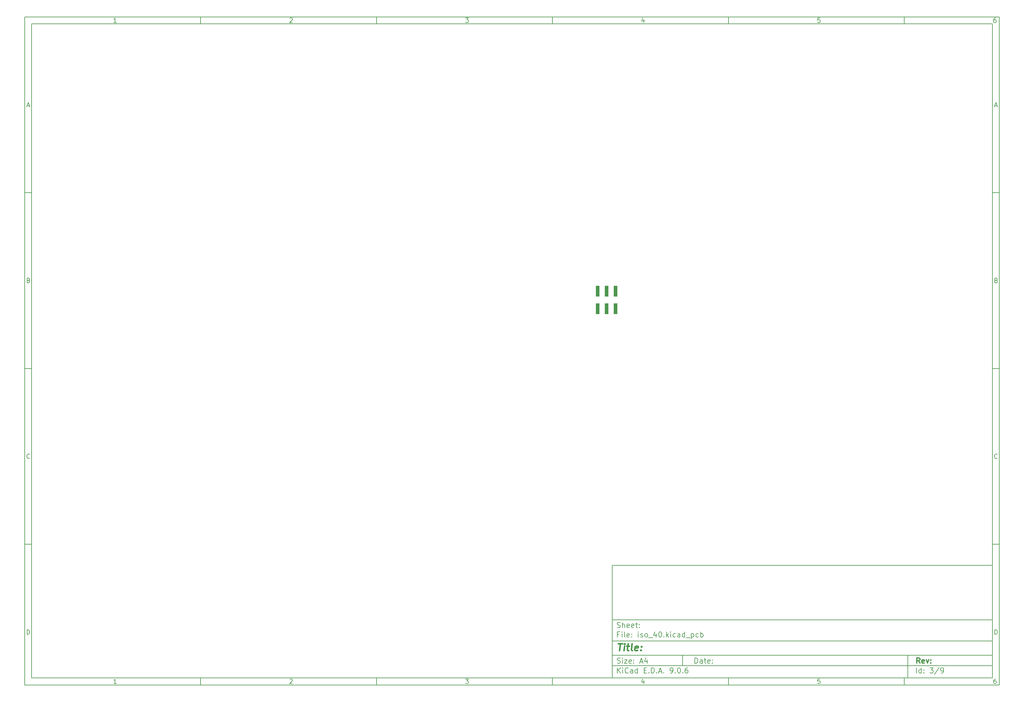
<source format=gtp>
%TF.GenerationSoftware,KiCad,Pcbnew,9.0.6*%
%TF.CreationDate,2025-12-20T11:42:01+11:00*%
%TF.ProjectId,iso_40,69736f5f-3430-42e6-9b69-6361645f7063,rev?*%
%TF.SameCoordinates,Original*%
%TF.FileFunction,Paste,Top*%
%TF.FilePolarity,Positive*%
%FSLAX46Y46*%
G04 Gerber Fmt 4.6, Leading zero omitted, Abs format (unit mm)*
G04 Created by KiCad (PCBNEW 9.0.6) date 2025-12-20 11:42:01*
%MOMM*%
%LPD*%
G01*
G04 APERTURE LIST*
%ADD10C,0.100000*%
%ADD11C,0.150000*%
%ADD12C,0.300000*%
%ADD13C,0.400000*%
%ADD14R,1.000000X3.150000*%
G04 APERTURE END LIST*
D10*
D11*
X177002200Y-166007200D02*
X285002200Y-166007200D01*
X285002200Y-198007200D01*
X177002200Y-198007200D01*
X177002200Y-166007200D01*
D10*
D11*
X10000000Y-10000000D02*
X287002200Y-10000000D01*
X287002200Y-200007200D01*
X10000000Y-200007200D01*
X10000000Y-10000000D01*
D10*
D11*
X12000000Y-12000000D02*
X285002200Y-12000000D01*
X285002200Y-198007200D01*
X12000000Y-198007200D01*
X12000000Y-12000000D01*
D10*
D11*
X60000000Y-12000000D02*
X60000000Y-10000000D01*
D10*
D11*
X110000000Y-12000000D02*
X110000000Y-10000000D01*
D10*
D11*
X160000000Y-12000000D02*
X160000000Y-10000000D01*
D10*
D11*
X210000000Y-12000000D02*
X210000000Y-10000000D01*
D10*
D11*
X260000000Y-12000000D02*
X260000000Y-10000000D01*
D10*
D11*
X36089160Y-11593604D02*
X35346303Y-11593604D01*
X35717731Y-11593604D02*
X35717731Y-10293604D01*
X35717731Y-10293604D02*
X35593922Y-10479319D01*
X35593922Y-10479319D02*
X35470112Y-10603128D01*
X35470112Y-10603128D02*
X35346303Y-10665033D01*
D10*
D11*
X85346303Y-10417414D02*
X85408207Y-10355509D01*
X85408207Y-10355509D02*
X85532017Y-10293604D01*
X85532017Y-10293604D02*
X85841541Y-10293604D01*
X85841541Y-10293604D02*
X85965350Y-10355509D01*
X85965350Y-10355509D02*
X86027255Y-10417414D01*
X86027255Y-10417414D02*
X86089160Y-10541223D01*
X86089160Y-10541223D02*
X86089160Y-10665033D01*
X86089160Y-10665033D02*
X86027255Y-10850747D01*
X86027255Y-10850747D02*
X85284398Y-11593604D01*
X85284398Y-11593604D02*
X86089160Y-11593604D01*
D10*
D11*
X135284398Y-10293604D02*
X136089160Y-10293604D01*
X136089160Y-10293604D02*
X135655826Y-10788842D01*
X135655826Y-10788842D02*
X135841541Y-10788842D01*
X135841541Y-10788842D02*
X135965350Y-10850747D01*
X135965350Y-10850747D02*
X136027255Y-10912652D01*
X136027255Y-10912652D02*
X136089160Y-11036461D01*
X136089160Y-11036461D02*
X136089160Y-11345985D01*
X136089160Y-11345985D02*
X136027255Y-11469795D01*
X136027255Y-11469795D02*
X135965350Y-11531700D01*
X135965350Y-11531700D02*
X135841541Y-11593604D01*
X135841541Y-11593604D02*
X135470112Y-11593604D01*
X135470112Y-11593604D02*
X135346303Y-11531700D01*
X135346303Y-11531700D02*
X135284398Y-11469795D01*
D10*
D11*
X185965350Y-10726938D02*
X185965350Y-11593604D01*
X185655826Y-10231700D02*
X185346303Y-11160271D01*
X185346303Y-11160271D02*
X186151064Y-11160271D01*
D10*
D11*
X236027255Y-10293604D02*
X235408207Y-10293604D01*
X235408207Y-10293604D02*
X235346303Y-10912652D01*
X235346303Y-10912652D02*
X235408207Y-10850747D01*
X235408207Y-10850747D02*
X235532017Y-10788842D01*
X235532017Y-10788842D02*
X235841541Y-10788842D01*
X235841541Y-10788842D02*
X235965350Y-10850747D01*
X235965350Y-10850747D02*
X236027255Y-10912652D01*
X236027255Y-10912652D02*
X236089160Y-11036461D01*
X236089160Y-11036461D02*
X236089160Y-11345985D01*
X236089160Y-11345985D02*
X236027255Y-11469795D01*
X236027255Y-11469795D02*
X235965350Y-11531700D01*
X235965350Y-11531700D02*
X235841541Y-11593604D01*
X235841541Y-11593604D02*
X235532017Y-11593604D01*
X235532017Y-11593604D02*
X235408207Y-11531700D01*
X235408207Y-11531700D02*
X235346303Y-11469795D01*
D10*
D11*
X285965350Y-10293604D02*
X285717731Y-10293604D01*
X285717731Y-10293604D02*
X285593922Y-10355509D01*
X285593922Y-10355509D02*
X285532017Y-10417414D01*
X285532017Y-10417414D02*
X285408207Y-10603128D01*
X285408207Y-10603128D02*
X285346303Y-10850747D01*
X285346303Y-10850747D02*
X285346303Y-11345985D01*
X285346303Y-11345985D02*
X285408207Y-11469795D01*
X285408207Y-11469795D02*
X285470112Y-11531700D01*
X285470112Y-11531700D02*
X285593922Y-11593604D01*
X285593922Y-11593604D02*
X285841541Y-11593604D01*
X285841541Y-11593604D02*
X285965350Y-11531700D01*
X285965350Y-11531700D02*
X286027255Y-11469795D01*
X286027255Y-11469795D02*
X286089160Y-11345985D01*
X286089160Y-11345985D02*
X286089160Y-11036461D01*
X286089160Y-11036461D02*
X286027255Y-10912652D01*
X286027255Y-10912652D02*
X285965350Y-10850747D01*
X285965350Y-10850747D02*
X285841541Y-10788842D01*
X285841541Y-10788842D02*
X285593922Y-10788842D01*
X285593922Y-10788842D02*
X285470112Y-10850747D01*
X285470112Y-10850747D02*
X285408207Y-10912652D01*
X285408207Y-10912652D02*
X285346303Y-11036461D01*
D10*
D11*
X60000000Y-198007200D02*
X60000000Y-200007200D01*
D10*
D11*
X110000000Y-198007200D02*
X110000000Y-200007200D01*
D10*
D11*
X160000000Y-198007200D02*
X160000000Y-200007200D01*
D10*
D11*
X210000000Y-198007200D02*
X210000000Y-200007200D01*
D10*
D11*
X260000000Y-198007200D02*
X260000000Y-200007200D01*
D10*
D11*
X36089160Y-199600804D02*
X35346303Y-199600804D01*
X35717731Y-199600804D02*
X35717731Y-198300804D01*
X35717731Y-198300804D02*
X35593922Y-198486519D01*
X35593922Y-198486519D02*
X35470112Y-198610328D01*
X35470112Y-198610328D02*
X35346303Y-198672233D01*
D10*
D11*
X85346303Y-198424614D02*
X85408207Y-198362709D01*
X85408207Y-198362709D02*
X85532017Y-198300804D01*
X85532017Y-198300804D02*
X85841541Y-198300804D01*
X85841541Y-198300804D02*
X85965350Y-198362709D01*
X85965350Y-198362709D02*
X86027255Y-198424614D01*
X86027255Y-198424614D02*
X86089160Y-198548423D01*
X86089160Y-198548423D02*
X86089160Y-198672233D01*
X86089160Y-198672233D02*
X86027255Y-198857947D01*
X86027255Y-198857947D02*
X85284398Y-199600804D01*
X85284398Y-199600804D02*
X86089160Y-199600804D01*
D10*
D11*
X135284398Y-198300804D02*
X136089160Y-198300804D01*
X136089160Y-198300804D02*
X135655826Y-198796042D01*
X135655826Y-198796042D02*
X135841541Y-198796042D01*
X135841541Y-198796042D02*
X135965350Y-198857947D01*
X135965350Y-198857947D02*
X136027255Y-198919852D01*
X136027255Y-198919852D02*
X136089160Y-199043661D01*
X136089160Y-199043661D02*
X136089160Y-199353185D01*
X136089160Y-199353185D02*
X136027255Y-199476995D01*
X136027255Y-199476995D02*
X135965350Y-199538900D01*
X135965350Y-199538900D02*
X135841541Y-199600804D01*
X135841541Y-199600804D02*
X135470112Y-199600804D01*
X135470112Y-199600804D02*
X135346303Y-199538900D01*
X135346303Y-199538900D02*
X135284398Y-199476995D01*
D10*
D11*
X185965350Y-198734138D02*
X185965350Y-199600804D01*
X185655826Y-198238900D02*
X185346303Y-199167471D01*
X185346303Y-199167471D02*
X186151064Y-199167471D01*
D10*
D11*
X236027255Y-198300804D02*
X235408207Y-198300804D01*
X235408207Y-198300804D02*
X235346303Y-198919852D01*
X235346303Y-198919852D02*
X235408207Y-198857947D01*
X235408207Y-198857947D02*
X235532017Y-198796042D01*
X235532017Y-198796042D02*
X235841541Y-198796042D01*
X235841541Y-198796042D02*
X235965350Y-198857947D01*
X235965350Y-198857947D02*
X236027255Y-198919852D01*
X236027255Y-198919852D02*
X236089160Y-199043661D01*
X236089160Y-199043661D02*
X236089160Y-199353185D01*
X236089160Y-199353185D02*
X236027255Y-199476995D01*
X236027255Y-199476995D02*
X235965350Y-199538900D01*
X235965350Y-199538900D02*
X235841541Y-199600804D01*
X235841541Y-199600804D02*
X235532017Y-199600804D01*
X235532017Y-199600804D02*
X235408207Y-199538900D01*
X235408207Y-199538900D02*
X235346303Y-199476995D01*
D10*
D11*
X285965350Y-198300804D02*
X285717731Y-198300804D01*
X285717731Y-198300804D02*
X285593922Y-198362709D01*
X285593922Y-198362709D02*
X285532017Y-198424614D01*
X285532017Y-198424614D02*
X285408207Y-198610328D01*
X285408207Y-198610328D02*
X285346303Y-198857947D01*
X285346303Y-198857947D02*
X285346303Y-199353185D01*
X285346303Y-199353185D02*
X285408207Y-199476995D01*
X285408207Y-199476995D02*
X285470112Y-199538900D01*
X285470112Y-199538900D02*
X285593922Y-199600804D01*
X285593922Y-199600804D02*
X285841541Y-199600804D01*
X285841541Y-199600804D02*
X285965350Y-199538900D01*
X285965350Y-199538900D02*
X286027255Y-199476995D01*
X286027255Y-199476995D02*
X286089160Y-199353185D01*
X286089160Y-199353185D02*
X286089160Y-199043661D01*
X286089160Y-199043661D02*
X286027255Y-198919852D01*
X286027255Y-198919852D02*
X285965350Y-198857947D01*
X285965350Y-198857947D02*
X285841541Y-198796042D01*
X285841541Y-198796042D02*
X285593922Y-198796042D01*
X285593922Y-198796042D02*
X285470112Y-198857947D01*
X285470112Y-198857947D02*
X285408207Y-198919852D01*
X285408207Y-198919852D02*
X285346303Y-199043661D01*
D10*
D11*
X10000000Y-60000000D02*
X12000000Y-60000000D01*
D10*
D11*
X10000000Y-110000000D02*
X12000000Y-110000000D01*
D10*
D11*
X10000000Y-160000000D02*
X12000000Y-160000000D01*
D10*
D11*
X10690476Y-35222176D02*
X11309523Y-35222176D01*
X10566666Y-35593604D02*
X10999999Y-34293604D01*
X10999999Y-34293604D02*
X11433333Y-35593604D01*
D10*
D11*
X11092857Y-84912652D02*
X11278571Y-84974557D01*
X11278571Y-84974557D02*
X11340476Y-85036461D01*
X11340476Y-85036461D02*
X11402380Y-85160271D01*
X11402380Y-85160271D02*
X11402380Y-85345985D01*
X11402380Y-85345985D02*
X11340476Y-85469795D01*
X11340476Y-85469795D02*
X11278571Y-85531700D01*
X11278571Y-85531700D02*
X11154761Y-85593604D01*
X11154761Y-85593604D02*
X10659523Y-85593604D01*
X10659523Y-85593604D02*
X10659523Y-84293604D01*
X10659523Y-84293604D02*
X11092857Y-84293604D01*
X11092857Y-84293604D02*
X11216666Y-84355509D01*
X11216666Y-84355509D02*
X11278571Y-84417414D01*
X11278571Y-84417414D02*
X11340476Y-84541223D01*
X11340476Y-84541223D02*
X11340476Y-84665033D01*
X11340476Y-84665033D02*
X11278571Y-84788842D01*
X11278571Y-84788842D02*
X11216666Y-84850747D01*
X11216666Y-84850747D02*
X11092857Y-84912652D01*
X11092857Y-84912652D02*
X10659523Y-84912652D01*
D10*
D11*
X11402380Y-135469795D02*
X11340476Y-135531700D01*
X11340476Y-135531700D02*
X11154761Y-135593604D01*
X11154761Y-135593604D02*
X11030952Y-135593604D01*
X11030952Y-135593604D02*
X10845238Y-135531700D01*
X10845238Y-135531700D02*
X10721428Y-135407890D01*
X10721428Y-135407890D02*
X10659523Y-135284080D01*
X10659523Y-135284080D02*
X10597619Y-135036461D01*
X10597619Y-135036461D02*
X10597619Y-134850747D01*
X10597619Y-134850747D02*
X10659523Y-134603128D01*
X10659523Y-134603128D02*
X10721428Y-134479319D01*
X10721428Y-134479319D02*
X10845238Y-134355509D01*
X10845238Y-134355509D02*
X11030952Y-134293604D01*
X11030952Y-134293604D02*
X11154761Y-134293604D01*
X11154761Y-134293604D02*
X11340476Y-134355509D01*
X11340476Y-134355509D02*
X11402380Y-134417414D01*
D10*
D11*
X10659523Y-185593604D02*
X10659523Y-184293604D01*
X10659523Y-184293604D02*
X10969047Y-184293604D01*
X10969047Y-184293604D02*
X11154761Y-184355509D01*
X11154761Y-184355509D02*
X11278571Y-184479319D01*
X11278571Y-184479319D02*
X11340476Y-184603128D01*
X11340476Y-184603128D02*
X11402380Y-184850747D01*
X11402380Y-184850747D02*
X11402380Y-185036461D01*
X11402380Y-185036461D02*
X11340476Y-185284080D01*
X11340476Y-185284080D02*
X11278571Y-185407890D01*
X11278571Y-185407890D02*
X11154761Y-185531700D01*
X11154761Y-185531700D02*
X10969047Y-185593604D01*
X10969047Y-185593604D02*
X10659523Y-185593604D01*
D10*
D11*
X287002200Y-60000000D02*
X285002200Y-60000000D01*
D10*
D11*
X287002200Y-110000000D02*
X285002200Y-110000000D01*
D10*
D11*
X287002200Y-160000000D02*
X285002200Y-160000000D01*
D10*
D11*
X285692676Y-35222176D02*
X286311723Y-35222176D01*
X285568866Y-35593604D02*
X286002199Y-34293604D01*
X286002199Y-34293604D02*
X286435533Y-35593604D01*
D10*
D11*
X286095057Y-84912652D02*
X286280771Y-84974557D01*
X286280771Y-84974557D02*
X286342676Y-85036461D01*
X286342676Y-85036461D02*
X286404580Y-85160271D01*
X286404580Y-85160271D02*
X286404580Y-85345985D01*
X286404580Y-85345985D02*
X286342676Y-85469795D01*
X286342676Y-85469795D02*
X286280771Y-85531700D01*
X286280771Y-85531700D02*
X286156961Y-85593604D01*
X286156961Y-85593604D02*
X285661723Y-85593604D01*
X285661723Y-85593604D02*
X285661723Y-84293604D01*
X285661723Y-84293604D02*
X286095057Y-84293604D01*
X286095057Y-84293604D02*
X286218866Y-84355509D01*
X286218866Y-84355509D02*
X286280771Y-84417414D01*
X286280771Y-84417414D02*
X286342676Y-84541223D01*
X286342676Y-84541223D02*
X286342676Y-84665033D01*
X286342676Y-84665033D02*
X286280771Y-84788842D01*
X286280771Y-84788842D02*
X286218866Y-84850747D01*
X286218866Y-84850747D02*
X286095057Y-84912652D01*
X286095057Y-84912652D02*
X285661723Y-84912652D01*
D10*
D11*
X286404580Y-135469795D02*
X286342676Y-135531700D01*
X286342676Y-135531700D02*
X286156961Y-135593604D01*
X286156961Y-135593604D02*
X286033152Y-135593604D01*
X286033152Y-135593604D02*
X285847438Y-135531700D01*
X285847438Y-135531700D02*
X285723628Y-135407890D01*
X285723628Y-135407890D02*
X285661723Y-135284080D01*
X285661723Y-135284080D02*
X285599819Y-135036461D01*
X285599819Y-135036461D02*
X285599819Y-134850747D01*
X285599819Y-134850747D02*
X285661723Y-134603128D01*
X285661723Y-134603128D02*
X285723628Y-134479319D01*
X285723628Y-134479319D02*
X285847438Y-134355509D01*
X285847438Y-134355509D02*
X286033152Y-134293604D01*
X286033152Y-134293604D02*
X286156961Y-134293604D01*
X286156961Y-134293604D02*
X286342676Y-134355509D01*
X286342676Y-134355509D02*
X286404580Y-134417414D01*
D10*
D11*
X285661723Y-185593604D02*
X285661723Y-184293604D01*
X285661723Y-184293604D02*
X285971247Y-184293604D01*
X285971247Y-184293604D02*
X286156961Y-184355509D01*
X286156961Y-184355509D02*
X286280771Y-184479319D01*
X286280771Y-184479319D02*
X286342676Y-184603128D01*
X286342676Y-184603128D02*
X286404580Y-184850747D01*
X286404580Y-184850747D02*
X286404580Y-185036461D01*
X286404580Y-185036461D02*
X286342676Y-185284080D01*
X286342676Y-185284080D02*
X286280771Y-185407890D01*
X286280771Y-185407890D02*
X286156961Y-185531700D01*
X286156961Y-185531700D02*
X285971247Y-185593604D01*
X285971247Y-185593604D02*
X285661723Y-185593604D01*
D10*
D11*
X200458026Y-193793328D02*
X200458026Y-192293328D01*
X200458026Y-192293328D02*
X200815169Y-192293328D01*
X200815169Y-192293328D02*
X201029455Y-192364757D01*
X201029455Y-192364757D02*
X201172312Y-192507614D01*
X201172312Y-192507614D02*
X201243741Y-192650471D01*
X201243741Y-192650471D02*
X201315169Y-192936185D01*
X201315169Y-192936185D02*
X201315169Y-193150471D01*
X201315169Y-193150471D02*
X201243741Y-193436185D01*
X201243741Y-193436185D02*
X201172312Y-193579042D01*
X201172312Y-193579042D02*
X201029455Y-193721900D01*
X201029455Y-193721900D02*
X200815169Y-193793328D01*
X200815169Y-193793328D02*
X200458026Y-193793328D01*
X202600884Y-193793328D02*
X202600884Y-193007614D01*
X202600884Y-193007614D02*
X202529455Y-192864757D01*
X202529455Y-192864757D02*
X202386598Y-192793328D01*
X202386598Y-192793328D02*
X202100884Y-192793328D01*
X202100884Y-192793328D02*
X201958026Y-192864757D01*
X202600884Y-193721900D02*
X202458026Y-193793328D01*
X202458026Y-193793328D02*
X202100884Y-193793328D01*
X202100884Y-193793328D02*
X201958026Y-193721900D01*
X201958026Y-193721900D02*
X201886598Y-193579042D01*
X201886598Y-193579042D02*
X201886598Y-193436185D01*
X201886598Y-193436185D02*
X201958026Y-193293328D01*
X201958026Y-193293328D02*
X202100884Y-193221900D01*
X202100884Y-193221900D02*
X202458026Y-193221900D01*
X202458026Y-193221900D02*
X202600884Y-193150471D01*
X203100884Y-192793328D02*
X203672312Y-192793328D01*
X203315169Y-192293328D02*
X203315169Y-193579042D01*
X203315169Y-193579042D02*
X203386598Y-193721900D01*
X203386598Y-193721900D02*
X203529455Y-193793328D01*
X203529455Y-193793328D02*
X203672312Y-193793328D01*
X204743741Y-193721900D02*
X204600884Y-193793328D01*
X204600884Y-193793328D02*
X204315170Y-193793328D01*
X204315170Y-193793328D02*
X204172312Y-193721900D01*
X204172312Y-193721900D02*
X204100884Y-193579042D01*
X204100884Y-193579042D02*
X204100884Y-193007614D01*
X204100884Y-193007614D02*
X204172312Y-192864757D01*
X204172312Y-192864757D02*
X204315170Y-192793328D01*
X204315170Y-192793328D02*
X204600884Y-192793328D01*
X204600884Y-192793328D02*
X204743741Y-192864757D01*
X204743741Y-192864757D02*
X204815170Y-193007614D01*
X204815170Y-193007614D02*
X204815170Y-193150471D01*
X204815170Y-193150471D02*
X204100884Y-193293328D01*
X205458026Y-193650471D02*
X205529455Y-193721900D01*
X205529455Y-193721900D02*
X205458026Y-193793328D01*
X205458026Y-193793328D02*
X205386598Y-193721900D01*
X205386598Y-193721900D02*
X205458026Y-193650471D01*
X205458026Y-193650471D02*
X205458026Y-193793328D01*
X205458026Y-192864757D02*
X205529455Y-192936185D01*
X205529455Y-192936185D02*
X205458026Y-193007614D01*
X205458026Y-193007614D02*
X205386598Y-192936185D01*
X205386598Y-192936185D02*
X205458026Y-192864757D01*
X205458026Y-192864757D02*
X205458026Y-193007614D01*
D10*
D11*
X177002200Y-194507200D02*
X285002200Y-194507200D01*
D10*
D11*
X178458026Y-196593328D02*
X178458026Y-195093328D01*
X179315169Y-196593328D02*
X178672312Y-195736185D01*
X179315169Y-195093328D02*
X178458026Y-195950471D01*
X179958026Y-196593328D02*
X179958026Y-195593328D01*
X179958026Y-195093328D02*
X179886598Y-195164757D01*
X179886598Y-195164757D02*
X179958026Y-195236185D01*
X179958026Y-195236185D02*
X180029455Y-195164757D01*
X180029455Y-195164757D02*
X179958026Y-195093328D01*
X179958026Y-195093328D02*
X179958026Y-195236185D01*
X181529455Y-196450471D02*
X181458027Y-196521900D01*
X181458027Y-196521900D02*
X181243741Y-196593328D01*
X181243741Y-196593328D02*
X181100884Y-196593328D01*
X181100884Y-196593328D02*
X180886598Y-196521900D01*
X180886598Y-196521900D02*
X180743741Y-196379042D01*
X180743741Y-196379042D02*
X180672312Y-196236185D01*
X180672312Y-196236185D02*
X180600884Y-195950471D01*
X180600884Y-195950471D02*
X180600884Y-195736185D01*
X180600884Y-195736185D02*
X180672312Y-195450471D01*
X180672312Y-195450471D02*
X180743741Y-195307614D01*
X180743741Y-195307614D02*
X180886598Y-195164757D01*
X180886598Y-195164757D02*
X181100884Y-195093328D01*
X181100884Y-195093328D02*
X181243741Y-195093328D01*
X181243741Y-195093328D02*
X181458027Y-195164757D01*
X181458027Y-195164757D02*
X181529455Y-195236185D01*
X182815170Y-196593328D02*
X182815170Y-195807614D01*
X182815170Y-195807614D02*
X182743741Y-195664757D01*
X182743741Y-195664757D02*
X182600884Y-195593328D01*
X182600884Y-195593328D02*
X182315170Y-195593328D01*
X182315170Y-195593328D02*
X182172312Y-195664757D01*
X182815170Y-196521900D02*
X182672312Y-196593328D01*
X182672312Y-196593328D02*
X182315170Y-196593328D01*
X182315170Y-196593328D02*
X182172312Y-196521900D01*
X182172312Y-196521900D02*
X182100884Y-196379042D01*
X182100884Y-196379042D02*
X182100884Y-196236185D01*
X182100884Y-196236185D02*
X182172312Y-196093328D01*
X182172312Y-196093328D02*
X182315170Y-196021900D01*
X182315170Y-196021900D02*
X182672312Y-196021900D01*
X182672312Y-196021900D02*
X182815170Y-195950471D01*
X184172313Y-196593328D02*
X184172313Y-195093328D01*
X184172313Y-196521900D02*
X184029455Y-196593328D01*
X184029455Y-196593328D02*
X183743741Y-196593328D01*
X183743741Y-196593328D02*
X183600884Y-196521900D01*
X183600884Y-196521900D02*
X183529455Y-196450471D01*
X183529455Y-196450471D02*
X183458027Y-196307614D01*
X183458027Y-196307614D02*
X183458027Y-195879042D01*
X183458027Y-195879042D02*
X183529455Y-195736185D01*
X183529455Y-195736185D02*
X183600884Y-195664757D01*
X183600884Y-195664757D02*
X183743741Y-195593328D01*
X183743741Y-195593328D02*
X184029455Y-195593328D01*
X184029455Y-195593328D02*
X184172313Y-195664757D01*
X186029455Y-195807614D02*
X186529455Y-195807614D01*
X186743741Y-196593328D02*
X186029455Y-196593328D01*
X186029455Y-196593328D02*
X186029455Y-195093328D01*
X186029455Y-195093328D02*
X186743741Y-195093328D01*
X187386598Y-196450471D02*
X187458027Y-196521900D01*
X187458027Y-196521900D02*
X187386598Y-196593328D01*
X187386598Y-196593328D02*
X187315170Y-196521900D01*
X187315170Y-196521900D02*
X187386598Y-196450471D01*
X187386598Y-196450471D02*
X187386598Y-196593328D01*
X188100884Y-196593328D02*
X188100884Y-195093328D01*
X188100884Y-195093328D02*
X188458027Y-195093328D01*
X188458027Y-195093328D02*
X188672313Y-195164757D01*
X188672313Y-195164757D02*
X188815170Y-195307614D01*
X188815170Y-195307614D02*
X188886599Y-195450471D01*
X188886599Y-195450471D02*
X188958027Y-195736185D01*
X188958027Y-195736185D02*
X188958027Y-195950471D01*
X188958027Y-195950471D02*
X188886599Y-196236185D01*
X188886599Y-196236185D02*
X188815170Y-196379042D01*
X188815170Y-196379042D02*
X188672313Y-196521900D01*
X188672313Y-196521900D02*
X188458027Y-196593328D01*
X188458027Y-196593328D02*
X188100884Y-196593328D01*
X189600884Y-196450471D02*
X189672313Y-196521900D01*
X189672313Y-196521900D02*
X189600884Y-196593328D01*
X189600884Y-196593328D02*
X189529456Y-196521900D01*
X189529456Y-196521900D02*
X189600884Y-196450471D01*
X189600884Y-196450471D02*
X189600884Y-196593328D01*
X190243742Y-196164757D02*
X190958028Y-196164757D01*
X190100885Y-196593328D02*
X190600885Y-195093328D01*
X190600885Y-195093328D02*
X191100885Y-196593328D01*
X191600884Y-196450471D02*
X191672313Y-196521900D01*
X191672313Y-196521900D02*
X191600884Y-196593328D01*
X191600884Y-196593328D02*
X191529456Y-196521900D01*
X191529456Y-196521900D02*
X191600884Y-196450471D01*
X191600884Y-196450471D02*
X191600884Y-196593328D01*
X193529456Y-196593328D02*
X193815170Y-196593328D01*
X193815170Y-196593328D02*
X193958027Y-196521900D01*
X193958027Y-196521900D02*
X194029456Y-196450471D01*
X194029456Y-196450471D02*
X194172313Y-196236185D01*
X194172313Y-196236185D02*
X194243742Y-195950471D01*
X194243742Y-195950471D02*
X194243742Y-195379042D01*
X194243742Y-195379042D02*
X194172313Y-195236185D01*
X194172313Y-195236185D02*
X194100885Y-195164757D01*
X194100885Y-195164757D02*
X193958027Y-195093328D01*
X193958027Y-195093328D02*
X193672313Y-195093328D01*
X193672313Y-195093328D02*
X193529456Y-195164757D01*
X193529456Y-195164757D02*
X193458027Y-195236185D01*
X193458027Y-195236185D02*
X193386599Y-195379042D01*
X193386599Y-195379042D02*
X193386599Y-195736185D01*
X193386599Y-195736185D02*
X193458027Y-195879042D01*
X193458027Y-195879042D02*
X193529456Y-195950471D01*
X193529456Y-195950471D02*
X193672313Y-196021900D01*
X193672313Y-196021900D02*
X193958027Y-196021900D01*
X193958027Y-196021900D02*
X194100885Y-195950471D01*
X194100885Y-195950471D02*
X194172313Y-195879042D01*
X194172313Y-195879042D02*
X194243742Y-195736185D01*
X194886598Y-196450471D02*
X194958027Y-196521900D01*
X194958027Y-196521900D02*
X194886598Y-196593328D01*
X194886598Y-196593328D02*
X194815170Y-196521900D01*
X194815170Y-196521900D02*
X194886598Y-196450471D01*
X194886598Y-196450471D02*
X194886598Y-196593328D01*
X195886599Y-195093328D02*
X196029456Y-195093328D01*
X196029456Y-195093328D02*
X196172313Y-195164757D01*
X196172313Y-195164757D02*
X196243742Y-195236185D01*
X196243742Y-195236185D02*
X196315170Y-195379042D01*
X196315170Y-195379042D02*
X196386599Y-195664757D01*
X196386599Y-195664757D02*
X196386599Y-196021900D01*
X196386599Y-196021900D02*
X196315170Y-196307614D01*
X196315170Y-196307614D02*
X196243742Y-196450471D01*
X196243742Y-196450471D02*
X196172313Y-196521900D01*
X196172313Y-196521900D02*
X196029456Y-196593328D01*
X196029456Y-196593328D02*
X195886599Y-196593328D01*
X195886599Y-196593328D02*
X195743742Y-196521900D01*
X195743742Y-196521900D02*
X195672313Y-196450471D01*
X195672313Y-196450471D02*
X195600884Y-196307614D01*
X195600884Y-196307614D02*
X195529456Y-196021900D01*
X195529456Y-196021900D02*
X195529456Y-195664757D01*
X195529456Y-195664757D02*
X195600884Y-195379042D01*
X195600884Y-195379042D02*
X195672313Y-195236185D01*
X195672313Y-195236185D02*
X195743742Y-195164757D01*
X195743742Y-195164757D02*
X195886599Y-195093328D01*
X197029455Y-196450471D02*
X197100884Y-196521900D01*
X197100884Y-196521900D02*
X197029455Y-196593328D01*
X197029455Y-196593328D02*
X196958027Y-196521900D01*
X196958027Y-196521900D02*
X197029455Y-196450471D01*
X197029455Y-196450471D02*
X197029455Y-196593328D01*
X198386599Y-195093328D02*
X198100884Y-195093328D01*
X198100884Y-195093328D02*
X197958027Y-195164757D01*
X197958027Y-195164757D02*
X197886599Y-195236185D01*
X197886599Y-195236185D02*
X197743741Y-195450471D01*
X197743741Y-195450471D02*
X197672313Y-195736185D01*
X197672313Y-195736185D02*
X197672313Y-196307614D01*
X197672313Y-196307614D02*
X197743741Y-196450471D01*
X197743741Y-196450471D02*
X197815170Y-196521900D01*
X197815170Y-196521900D02*
X197958027Y-196593328D01*
X197958027Y-196593328D02*
X198243741Y-196593328D01*
X198243741Y-196593328D02*
X198386599Y-196521900D01*
X198386599Y-196521900D02*
X198458027Y-196450471D01*
X198458027Y-196450471D02*
X198529456Y-196307614D01*
X198529456Y-196307614D02*
X198529456Y-195950471D01*
X198529456Y-195950471D02*
X198458027Y-195807614D01*
X198458027Y-195807614D02*
X198386599Y-195736185D01*
X198386599Y-195736185D02*
X198243741Y-195664757D01*
X198243741Y-195664757D02*
X197958027Y-195664757D01*
X197958027Y-195664757D02*
X197815170Y-195736185D01*
X197815170Y-195736185D02*
X197743741Y-195807614D01*
X197743741Y-195807614D02*
X197672313Y-195950471D01*
D10*
D11*
X177002200Y-191507200D02*
X285002200Y-191507200D01*
D10*
D12*
X264413853Y-193785528D02*
X263913853Y-193071242D01*
X263556710Y-193785528D02*
X263556710Y-192285528D01*
X263556710Y-192285528D02*
X264128139Y-192285528D01*
X264128139Y-192285528D02*
X264270996Y-192356957D01*
X264270996Y-192356957D02*
X264342425Y-192428385D01*
X264342425Y-192428385D02*
X264413853Y-192571242D01*
X264413853Y-192571242D02*
X264413853Y-192785528D01*
X264413853Y-192785528D02*
X264342425Y-192928385D01*
X264342425Y-192928385D02*
X264270996Y-192999814D01*
X264270996Y-192999814D02*
X264128139Y-193071242D01*
X264128139Y-193071242D02*
X263556710Y-193071242D01*
X265628139Y-193714100D02*
X265485282Y-193785528D01*
X265485282Y-193785528D02*
X265199568Y-193785528D01*
X265199568Y-193785528D02*
X265056710Y-193714100D01*
X265056710Y-193714100D02*
X264985282Y-193571242D01*
X264985282Y-193571242D02*
X264985282Y-192999814D01*
X264985282Y-192999814D02*
X265056710Y-192856957D01*
X265056710Y-192856957D02*
X265199568Y-192785528D01*
X265199568Y-192785528D02*
X265485282Y-192785528D01*
X265485282Y-192785528D02*
X265628139Y-192856957D01*
X265628139Y-192856957D02*
X265699568Y-192999814D01*
X265699568Y-192999814D02*
X265699568Y-193142671D01*
X265699568Y-193142671D02*
X264985282Y-193285528D01*
X266199567Y-192785528D02*
X266556710Y-193785528D01*
X266556710Y-193785528D02*
X266913853Y-192785528D01*
X267485281Y-193642671D02*
X267556710Y-193714100D01*
X267556710Y-193714100D02*
X267485281Y-193785528D01*
X267485281Y-193785528D02*
X267413853Y-193714100D01*
X267413853Y-193714100D02*
X267485281Y-193642671D01*
X267485281Y-193642671D02*
X267485281Y-193785528D01*
X267485281Y-192856957D02*
X267556710Y-192928385D01*
X267556710Y-192928385D02*
X267485281Y-192999814D01*
X267485281Y-192999814D02*
X267413853Y-192928385D01*
X267413853Y-192928385D02*
X267485281Y-192856957D01*
X267485281Y-192856957D02*
X267485281Y-192999814D01*
D10*
D11*
X178386598Y-193721900D02*
X178600884Y-193793328D01*
X178600884Y-193793328D02*
X178958026Y-193793328D01*
X178958026Y-193793328D02*
X179100884Y-193721900D01*
X179100884Y-193721900D02*
X179172312Y-193650471D01*
X179172312Y-193650471D02*
X179243741Y-193507614D01*
X179243741Y-193507614D02*
X179243741Y-193364757D01*
X179243741Y-193364757D02*
X179172312Y-193221900D01*
X179172312Y-193221900D02*
X179100884Y-193150471D01*
X179100884Y-193150471D02*
X178958026Y-193079042D01*
X178958026Y-193079042D02*
X178672312Y-193007614D01*
X178672312Y-193007614D02*
X178529455Y-192936185D01*
X178529455Y-192936185D02*
X178458026Y-192864757D01*
X178458026Y-192864757D02*
X178386598Y-192721900D01*
X178386598Y-192721900D02*
X178386598Y-192579042D01*
X178386598Y-192579042D02*
X178458026Y-192436185D01*
X178458026Y-192436185D02*
X178529455Y-192364757D01*
X178529455Y-192364757D02*
X178672312Y-192293328D01*
X178672312Y-192293328D02*
X179029455Y-192293328D01*
X179029455Y-192293328D02*
X179243741Y-192364757D01*
X179886597Y-193793328D02*
X179886597Y-192793328D01*
X179886597Y-192293328D02*
X179815169Y-192364757D01*
X179815169Y-192364757D02*
X179886597Y-192436185D01*
X179886597Y-192436185D02*
X179958026Y-192364757D01*
X179958026Y-192364757D02*
X179886597Y-192293328D01*
X179886597Y-192293328D02*
X179886597Y-192436185D01*
X180458026Y-192793328D02*
X181243741Y-192793328D01*
X181243741Y-192793328D02*
X180458026Y-193793328D01*
X180458026Y-193793328D02*
X181243741Y-193793328D01*
X182386598Y-193721900D02*
X182243741Y-193793328D01*
X182243741Y-193793328D02*
X181958027Y-193793328D01*
X181958027Y-193793328D02*
X181815169Y-193721900D01*
X181815169Y-193721900D02*
X181743741Y-193579042D01*
X181743741Y-193579042D02*
X181743741Y-193007614D01*
X181743741Y-193007614D02*
X181815169Y-192864757D01*
X181815169Y-192864757D02*
X181958027Y-192793328D01*
X181958027Y-192793328D02*
X182243741Y-192793328D01*
X182243741Y-192793328D02*
X182386598Y-192864757D01*
X182386598Y-192864757D02*
X182458027Y-193007614D01*
X182458027Y-193007614D02*
X182458027Y-193150471D01*
X182458027Y-193150471D02*
X181743741Y-193293328D01*
X183100883Y-193650471D02*
X183172312Y-193721900D01*
X183172312Y-193721900D02*
X183100883Y-193793328D01*
X183100883Y-193793328D02*
X183029455Y-193721900D01*
X183029455Y-193721900D02*
X183100883Y-193650471D01*
X183100883Y-193650471D02*
X183100883Y-193793328D01*
X183100883Y-192864757D02*
X183172312Y-192936185D01*
X183172312Y-192936185D02*
X183100883Y-193007614D01*
X183100883Y-193007614D02*
X183029455Y-192936185D01*
X183029455Y-192936185D02*
X183100883Y-192864757D01*
X183100883Y-192864757D02*
X183100883Y-193007614D01*
X184886598Y-193364757D02*
X185600884Y-193364757D01*
X184743741Y-193793328D02*
X185243741Y-192293328D01*
X185243741Y-192293328D02*
X185743741Y-193793328D01*
X186886598Y-192793328D02*
X186886598Y-193793328D01*
X186529455Y-192221900D02*
X186172312Y-193293328D01*
X186172312Y-193293328D02*
X187100883Y-193293328D01*
D10*
D11*
X263458026Y-196593328D02*
X263458026Y-195093328D01*
X264815170Y-196593328D02*
X264815170Y-195093328D01*
X264815170Y-196521900D02*
X264672312Y-196593328D01*
X264672312Y-196593328D02*
X264386598Y-196593328D01*
X264386598Y-196593328D02*
X264243741Y-196521900D01*
X264243741Y-196521900D02*
X264172312Y-196450471D01*
X264172312Y-196450471D02*
X264100884Y-196307614D01*
X264100884Y-196307614D02*
X264100884Y-195879042D01*
X264100884Y-195879042D02*
X264172312Y-195736185D01*
X264172312Y-195736185D02*
X264243741Y-195664757D01*
X264243741Y-195664757D02*
X264386598Y-195593328D01*
X264386598Y-195593328D02*
X264672312Y-195593328D01*
X264672312Y-195593328D02*
X264815170Y-195664757D01*
X265529455Y-196450471D02*
X265600884Y-196521900D01*
X265600884Y-196521900D02*
X265529455Y-196593328D01*
X265529455Y-196593328D02*
X265458027Y-196521900D01*
X265458027Y-196521900D02*
X265529455Y-196450471D01*
X265529455Y-196450471D02*
X265529455Y-196593328D01*
X265529455Y-195664757D02*
X265600884Y-195736185D01*
X265600884Y-195736185D02*
X265529455Y-195807614D01*
X265529455Y-195807614D02*
X265458027Y-195736185D01*
X265458027Y-195736185D02*
X265529455Y-195664757D01*
X265529455Y-195664757D02*
X265529455Y-195807614D01*
X267243741Y-195093328D02*
X268172313Y-195093328D01*
X268172313Y-195093328D02*
X267672313Y-195664757D01*
X267672313Y-195664757D02*
X267886598Y-195664757D01*
X267886598Y-195664757D02*
X268029456Y-195736185D01*
X268029456Y-195736185D02*
X268100884Y-195807614D01*
X268100884Y-195807614D02*
X268172313Y-195950471D01*
X268172313Y-195950471D02*
X268172313Y-196307614D01*
X268172313Y-196307614D02*
X268100884Y-196450471D01*
X268100884Y-196450471D02*
X268029456Y-196521900D01*
X268029456Y-196521900D02*
X267886598Y-196593328D01*
X267886598Y-196593328D02*
X267458027Y-196593328D01*
X267458027Y-196593328D02*
X267315170Y-196521900D01*
X267315170Y-196521900D02*
X267243741Y-196450471D01*
X269886598Y-195021900D02*
X268600884Y-196950471D01*
X270458027Y-196593328D02*
X270743741Y-196593328D01*
X270743741Y-196593328D02*
X270886598Y-196521900D01*
X270886598Y-196521900D02*
X270958027Y-196450471D01*
X270958027Y-196450471D02*
X271100884Y-196236185D01*
X271100884Y-196236185D02*
X271172313Y-195950471D01*
X271172313Y-195950471D02*
X271172313Y-195379042D01*
X271172313Y-195379042D02*
X271100884Y-195236185D01*
X271100884Y-195236185D02*
X271029456Y-195164757D01*
X271029456Y-195164757D02*
X270886598Y-195093328D01*
X270886598Y-195093328D02*
X270600884Y-195093328D01*
X270600884Y-195093328D02*
X270458027Y-195164757D01*
X270458027Y-195164757D02*
X270386598Y-195236185D01*
X270386598Y-195236185D02*
X270315170Y-195379042D01*
X270315170Y-195379042D02*
X270315170Y-195736185D01*
X270315170Y-195736185D02*
X270386598Y-195879042D01*
X270386598Y-195879042D02*
X270458027Y-195950471D01*
X270458027Y-195950471D02*
X270600884Y-196021900D01*
X270600884Y-196021900D02*
X270886598Y-196021900D01*
X270886598Y-196021900D02*
X271029456Y-195950471D01*
X271029456Y-195950471D02*
X271100884Y-195879042D01*
X271100884Y-195879042D02*
X271172313Y-195736185D01*
D10*
D11*
X177002200Y-187507200D02*
X285002200Y-187507200D01*
D10*
D13*
X178693928Y-188211638D02*
X179836785Y-188211638D01*
X179015357Y-190211638D02*
X179265357Y-188211638D01*
X180253452Y-190211638D02*
X180420119Y-188878304D01*
X180503452Y-188211638D02*
X180396309Y-188306876D01*
X180396309Y-188306876D02*
X180479643Y-188402114D01*
X180479643Y-188402114D02*
X180586786Y-188306876D01*
X180586786Y-188306876D02*
X180503452Y-188211638D01*
X180503452Y-188211638D02*
X180479643Y-188402114D01*
X181086786Y-188878304D02*
X181848690Y-188878304D01*
X181455833Y-188211638D02*
X181241548Y-189925923D01*
X181241548Y-189925923D02*
X181312976Y-190116400D01*
X181312976Y-190116400D02*
X181491548Y-190211638D01*
X181491548Y-190211638D02*
X181682024Y-190211638D01*
X182634405Y-190211638D02*
X182455833Y-190116400D01*
X182455833Y-190116400D02*
X182384405Y-189925923D01*
X182384405Y-189925923D02*
X182598690Y-188211638D01*
X184170119Y-190116400D02*
X183967738Y-190211638D01*
X183967738Y-190211638D02*
X183586785Y-190211638D01*
X183586785Y-190211638D02*
X183408214Y-190116400D01*
X183408214Y-190116400D02*
X183336785Y-189925923D01*
X183336785Y-189925923D02*
X183432024Y-189164019D01*
X183432024Y-189164019D02*
X183551071Y-188973542D01*
X183551071Y-188973542D02*
X183753452Y-188878304D01*
X183753452Y-188878304D02*
X184134404Y-188878304D01*
X184134404Y-188878304D02*
X184312976Y-188973542D01*
X184312976Y-188973542D02*
X184384404Y-189164019D01*
X184384404Y-189164019D02*
X184360595Y-189354495D01*
X184360595Y-189354495D02*
X183384404Y-189544971D01*
X185134405Y-190021161D02*
X185217738Y-190116400D01*
X185217738Y-190116400D02*
X185110595Y-190211638D01*
X185110595Y-190211638D02*
X185027262Y-190116400D01*
X185027262Y-190116400D02*
X185134405Y-190021161D01*
X185134405Y-190021161D02*
X185110595Y-190211638D01*
X185265357Y-188973542D02*
X185348690Y-189068780D01*
X185348690Y-189068780D02*
X185241548Y-189164019D01*
X185241548Y-189164019D02*
X185158214Y-189068780D01*
X185158214Y-189068780D02*
X185265357Y-188973542D01*
X185265357Y-188973542D02*
X185241548Y-189164019D01*
D10*
D11*
X178958026Y-185607614D02*
X178458026Y-185607614D01*
X178458026Y-186393328D02*
X178458026Y-184893328D01*
X178458026Y-184893328D02*
X179172312Y-184893328D01*
X179743740Y-186393328D02*
X179743740Y-185393328D01*
X179743740Y-184893328D02*
X179672312Y-184964757D01*
X179672312Y-184964757D02*
X179743740Y-185036185D01*
X179743740Y-185036185D02*
X179815169Y-184964757D01*
X179815169Y-184964757D02*
X179743740Y-184893328D01*
X179743740Y-184893328D02*
X179743740Y-185036185D01*
X180672312Y-186393328D02*
X180529455Y-186321900D01*
X180529455Y-186321900D02*
X180458026Y-186179042D01*
X180458026Y-186179042D02*
X180458026Y-184893328D01*
X181815169Y-186321900D02*
X181672312Y-186393328D01*
X181672312Y-186393328D02*
X181386598Y-186393328D01*
X181386598Y-186393328D02*
X181243740Y-186321900D01*
X181243740Y-186321900D02*
X181172312Y-186179042D01*
X181172312Y-186179042D02*
X181172312Y-185607614D01*
X181172312Y-185607614D02*
X181243740Y-185464757D01*
X181243740Y-185464757D02*
X181386598Y-185393328D01*
X181386598Y-185393328D02*
X181672312Y-185393328D01*
X181672312Y-185393328D02*
X181815169Y-185464757D01*
X181815169Y-185464757D02*
X181886598Y-185607614D01*
X181886598Y-185607614D02*
X181886598Y-185750471D01*
X181886598Y-185750471D02*
X181172312Y-185893328D01*
X182529454Y-186250471D02*
X182600883Y-186321900D01*
X182600883Y-186321900D02*
X182529454Y-186393328D01*
X182529454Y-186393328D02*
X182458026Y-186321900D01*
X182458026Y-186321900D02*
X182529454Y-186250471D01*
X182529454Y-186250471D02*
X182529454Y-186393328D01*
X182529454Y-185464757D02*
X182600883Y-185536185D01*
X182600883Y-185536185D02*
X182529454Y-185607614D01*
X182529454Y-185607614D02*
X182458026Y-185536185D01*
X182458026Y-185536185D02*
X182529454Y-185464757D01*
X182529454Y-185464757D02*
X182529454Y-185607614D01*
X184386597Y-186393328D02*
X184386597Y-185393328D01*
X184386597Y-184893328D02*
X184315169Y-184964757D01*
X184315169Y-184964757D02*
X184386597Y-185036185D01*
X184386597Y-185036185D02*
X184458026Y-184964757D01*
X184458026Y-184964757D02*
X184386597Y-184893328D01*
X184386597Y-184893328D02*
X184386597Y-185036185D01*
X185029455Y-186321900D02*
X185172312Y-186393328D01*
X185172312Y-186393328D02*
X185458026Y-186393328D01*
X185458026Y-186393328D02*
X185600883Y-186321900D01*
X185600883Y-186321900D02*
X185672312Y-186179042D01*
X185672312Y-186179042D02*
X185672312Y-186107614D01*
X185672312Y-186107614D02*
X185600883Y-185964757D01*
X185600883Y-185964757D02*
X185458026Y-185893328D01*
X185458026Y-185893328D02*
X185243741Y-185893328D01*
X185243741Y-185893328D02*
X185100883Y-185821900D01*
X185100883Y-185821900D02*
X185029455Y-185679042D01*
X185029455Y-185679042D02*
X185029455Y-185607614D01*
X185029455Y-185607614D02*
X185100883Y-185464757D01*
X185100883Y-185464757D02*
X185243741Y-185393328D01*
X185243741Y-185393328D02*
X185458026Y-185393328D01*
X185458026Y-185393328D02*
X185600883Y-185464757D01*
X186529455Y-186393328D02*
X186386598Y-186321900D01*
X186386598Y-186321900D02*
X186315169Y-186250471D01*
X186315169Y-186250471D02*
X186243741Y-186107614D01*
X186243741Y-186107614D02*
X186243741Y-185679042D01*
X186243741Y-185679042D02*
X186315169Y-185536185D01*
X186315169Y-185536185D02*
X186386598Y-185464757D01*
X186386598Y-185464757D02*
X186529455Y-185393328D01*
X186529455Y-185393328D02*
X186743741Y-185393328D01*
X186743741Y-185393328D02*
X186886598Y-185464757D01*
X186886598Y-185464757D02*
X186958027Y-185536185D01*
X186958027Y-185536185D02*
X187029455Y-185679042D01*
X187029455Y-185679042D02*
X187029455Y-186107614D01*
X187029455Y-186107614D02*
X186958027Y-186250471D01*
X186958027Y-186250471D02*
X186886598Y-186321900D01*
X186886598Y-186321900D02*
X186743741Y-186393328D01*
X186743741Y-186393328D02*
X186529455Y-186393328D01*
X187315170Y-186536185D02*
X188458027Y-186536185D01*
X189458027Y-185393328D02*
X189458027Y-186393328D01*
X189100884Y-184821900D02*
X188743741Y-185893328D01*
X188743741Y-185893328D02*
X189672312Y-185893328D01*
X190529455Y-184893328D02*
X190672312Y-184893328D01*
X190672312Y-184893328D02*
X190815169Y-184964757D01*
X190815169Y-184964757D02*
X190886598Y-185036185D01*
X190886598Y-185036185D02*
X190958026Y-185179042D01*
X190958026Y-185179042D02*
X191029455Y-185464757D01*
X191029455Y-185464757D02*
X191029455Y-185821900D01*
X191029455Y-185821900D02*
X190958026Y-186107614D01*
X190958026Y-186107614D02*
X190886598Y-186250471D01*
X190886598Y-186250471D02*
X190815169Y-186321900D01*
X190815169Y-186321900D02*
X190672312Y-186393328D01*
X190672312Y-186393328D02*
X190529455Y-186393328D01*
X190529455Y-186393328D02*
X190386598Y-186321900D01*
X190386598Y-186321900D02*
X190315169Y-186250471D01*
X190315169Y-186250471D02*
X190243740Y-186107614D01*
X190243740Y-186107614D02*
X190172312Y-185821900D01*
X190172312Y-185821900D02*
X190172312Y-185464757D01*
X190172312Y-185464757D02*
X190243740Y-185179042D01*
X190243740Y-185179042D02*
X190315169Y-185036185D01*
X190315169Y-185036185D02*
X190386598Y-184964757D01*
X190386598Y-184964757D02*
X190529455Y-184893328D01*
X191672311Y-186250471D02*
X191743740Y-186321900D01*
X191743740Y-186321900D02*
X191672311Y-186393328D01*
X191672311Y-186393328D02*
X191600883Y-186321900D01*
X191600883Y-186321900D02*
X191672311Y-186250471D01*
X191672311Y-186250471D02*
X191672311Y-186393328D01*
X192386597Y-186393328D02*
X192386597Y-184893328D01*
X192529455Y-185821900D02*
X192958026Y-186393328D01*
X192958026Y-185393328D02*
X192386597Y-185964757D01*
X193600883Y-186393328D02*
X193600883Y-185393328D01*
X193600883Y-184893328D02*
X193529455Y-184964757D01*
X193529455Y-184964757D02*
X193600883Y-185036185D01*
X193600883Y-185036185D02*
X193672312Y-184964757D01*
X193672312Y-184964757D02*
X193600883Y-184893328D01*
X193600883Y-184893328D02*
X193600883Y-185036185D01*
X194958027Y-186321900D02*
X194815169Y-186393328D01*
X194815169Y-186393328D02*
X194529455Y-186393328D01*
X194529455Y-186393328D02*
X194386598Y-186321900D01*
X194386598Y-186321900D02*
X194315169Y-186250471D01*
X194315169Y-186250471D02*
X194243741Y-186107614D01*
X194243741Y-186107614D02*
X194243741Y-185679042D01*
X194243741Y-185679042D02*
X194315169Y-185536185D01*
X194315169Y-185536185D02*
X194386598Y-185464757D01*
X194386598Y-185464757D02*
X194529455Y-185393328D01*
X194529455Y-185393328D02*
X194815169Y-185393328D01*
X194815169Y-185393328D02*
X194958027Y-185464757D01*
X196243741Y-186393328D02*
X196243741Y-185607614D01*
X196243741Y-185607614D02*
X196172312Y-185464757D01*
X196172312Y-185464757D02*
X196029455Y-185393328D01*
X196029455Y-185393328D02*
X195743741Y-185393328D01*
X195743741Y-185393328D02*
X195600883Y-185464757D01*
X196243741Y-186321900D02*
X196100883Y-186393328D01*
X196100883Y-186393328D02*
X195743741Y-186393328D01*
X195743741Y-186393328D02*
X195600883Y-186321900D01*
X195600883Y-186321900D02*
X195529455Y-186179042D01*
X195529455Y-186179042D02*
X195529455Y-186036185D01*
X195529455Y-186036185D02*
X195600883Y-185893328D01*
X195600883Y-185893328D02*
X195743741Y-185821900D01*
X195743741Y-185821900D02*
X196100883Y-185821900D01*
X196100883Y-185821900D02*
X196243741Y-185750471D01*
X197600884Y-186393328D02*
X197600884Y-184893328D01*
X197600884Y-186321900D02*
X197458026Y-186393328D01*
X197458026Y-186393328D02*
X197172312Y-186393328D01*
X197172312Y-186393328D02*
X197029455Y-186321900D01*
X197029455Y-186321900D02*
X196958026Y-186250471D01*
X196958026Y-186250471D02*
X196886598Y-186107614D01*
X196886598Y-186107614D02*
X196886598Y-185679042D01*
X196886598Y-185679042D02*
X196958026Y-185536185D01*
X196958026Y-185536185D02*
X197029455Y-185464757D01*
X197029455Y-185464757D02*
X197172312Y-185393328D01*
X197172312Y-185393328D02*
X197458026Y-185393328D01*
X197458026Y-185393328D02*
X197600884Y-185464757D01*
X197958027Y-186536185D02*
X199100884Y-186536185D01*
X199458026Y-185393328D02*
X199458026Y-186893328D01*
X199458026Y-185464757D02*
X199600884Y-185393328D01*
X199600884Y-185393328D02*
X199886598Y-185393328D01*
X199886598Y-185393328D02*
X200029455Y-185464757D01*
X200029455Y-185464757D02*
X200100884Y-185536185D01*
X200100884Y-185536185D02*
X200172312Y-185679042D01*
X200172312Y-185679042D02*
X200172312Y-186107614D01*
X200172312Y-186107614D02*
X200100884Y-186250471D01*
X200100884Y-186250471D02*
X200029455Y-186321900D01*
X200029455Y-186321900D02*
X199886598Y-186393328D01*
X199886598Y-186393328D02*
X199600884Y-186393328D01*
X199600884Y-186393328D02*
X199458026Y-186321900D01*
X201458027Y-186321900D02*
X201315169Y-186393328D01*
X201315169Y-186393328D02*
X201029455Y-186393328D01*
X201029455Y-186393328D02*
X200886598Y-186321900D01*
X200886598Y-186321900D02*
X200815169Y-186250471D01*
X200815169Y-186250471D02*
X200743741Y-186107614D01*
X200743741Y-186107614D02*
X200743741Y-185679042D01*
X200743741Y-185679042D02*
X200815169Y-185536185D01*
X200815169Y-185536185D02*
X200886598Y-185464757D01*
X200886598Y-185464757D02*
X201029455Y-185393328D01*
X201029455Y-185393328D02*
X201315169Y-185393328D01*
X201315169Y-185393328D02*
X201458027Y-185464757D01*
X202100883Y-186393328D02*
X202100883Y-184893328D01*
X202100883Y-185464757D02*
X202243741Y-185393328D01*
X202243741Y-185393328D02*
X202529455Y-185393328D01*
X202529455Y-185393328D02*
X202672312Y-185464757D01*
X202672312Y-185464757D02*
X202743741Y-185536185D01*
X202743741Y-185536185D02*
X202815169Y-185679042D01*
X202815169Y-185679042D02*
X202815169Y-186107614D01*
X202815169Y-186107614D02*
X202743741Y-186250471D01*
X202743741Y-186250471D02*
X202672312Y-186321900D01*
X202672312Y-186321900D02*
X202529455Y-186393328D01*
X202529455Y-186393328D02*
X202243741Y-186393328D01*
X202243741Y-186393328D02*
X202100883Y-186321900D01*
D10*
D11*
X177002200Y-181507200D02*
X285002200Y-181507200D01*
D10*
D11*
X178386598Y-183621900D02*
X178600884Y-183693328D01*
X178600884Y-183693328D02*
X178958026Y-183693328D01*
X178958026Y-183693328D02*
X179100884Y-183621900D01*
X179100884Y-183621900D02*
X179172312Y-183550471D01*
X179172312Y-183550471D02*
X179243741Y-183407614D01*
X179243741Y-183407614D02*
X179243741Y-183264757D01*
X179243741Y-183264757D02*
X179172312Y-183121900D01*
X179172312Y-183121900D02*
X179100884Y-183050471D01*
X179100884Y-183050471D02*
X178958026Y-182979042D01*
X178958026Y-182979042D02*
X178672312Y-182907614D01*
X178672312Y-182907614D02*
X178529455Y-182836185D01*
X178529455Y-182836185D02*
X178458026Y-182764757D01*
X178458026Y-182764757D02*
X178386598Y-182621900D01*
X178386598Y-182621900D02*
X178386598Y-182479042D01*
X178386598Y-182479042D02*
X178458026Y-182336185D01*
X178458026Y-182336185D02*
X178529455Y-182264757D01*
X178529455Y-182264757D02*
X178672312Y-182193328D01*
X178672312Y-182193328D02*
X179029455Y-182193328D01*
X179029455Y-182193328D02*
X179243741Y-182264757D01*
X179886597Y-183693328D02*
X179886597Y-182193328D01*
X180529455Y-183693328D02*
X180529455Y-182907614D01*
X180529455Y-182907614D02*
X180458026Y-182764757D01*
X180458026Y-182764757D02*
X180315169Y-182693328D01*
X180315169Y-182693328D02*
X180100883Y-182693328D01*
X180100883Y-182693328D02*
X179958026Y-182764757D01*
X179958026Y-182764757D02*
X179886597Y-182836185D01*
X181815169Y-183621900D02*
X181672312Y-183693328D01*
X181672312Y-183693328D02*
X181386598Y-183693328D01*
X181386598Y-183693328D02*
X181243740Y-183621900D01*
X181243740Y-183621900D02*
X181172312Y-183479042D01*
X181172312Y-183479042D02*
X181172312Y-182907614D01*
X181172312Y-182907614D02*
X181243740Y-182764757D01*
X181243740Y-182764757D02*
X181386598Y-182693328D01*
X181386598Y-182693328D02*
X181672312Y-182693328D01*
X181672312Y-182693328D02*
X181815169Y-182764757D01*
X181815169Y-182764757D02*
X181886598Y-182907614D01*
X181886598Y-182907614D02*
X181886598Y-183050471D01*
X181886598Y-183050471D02*
X181172312Y-183193328D01*
X183100883Y-183621900D02*
X182958026Y-183693328D01*
X182958026Y-183693328D02*
X182672312Y-183693328D01*
X182672312Y-183693328D02*
X182529454Y-183621900D01*
X182529454Y-183621900D02*
X182458026Y-183479042D01*
X182458026Y-183479042D02*
X182458026Y-182907614D01*
X182458026Y-182907614D02*
X182529454Y-182764757D01*
X182529454Y-182764757D02*
X182672312Y-182693328D01*
X182672312Y-182693328D02*
X182958026Y-182693328D01*
X182958026Y-182693328D02*
X183100883Y-182764757D01*
X183100883Y-182764757D02*
X183172312Y-182907614D01*
X183172312Y-182907614D02*
X183172312Y-183050471D01*
X183172312Y-183050471D02*
X182458026Y-183193328D01*
X183600883Y-182693328D02*
X184172311Y-182693328D01*
X183815168Y-182193328D02*
X183815168Y-183479042D01*
X183815168Y-183479042D02*
X183886597Y-183621900D01*
X183886597Y-183621900D02*
X184029454Y-183693328D01*
X184029454Y-183693328D02*
X184172311Y-183693328D01*
X184672311Y-183550471D02*
X184743740Y-183621900D01*
X184743740Y-183621900D02*
X184672311Y-183693328D01*
X184672311Y-183693328D02*
X184600883Y-183621900D01*
X184600883Y-183621900D02*
X184672311Y-183550471D01*
X184672311Y-183550471D02*
X184672311Y-183693328D01*
X184672311Y-182764757D02*
X184743740Y-182836185D01*
X184743740Y-182836185D02*
X184672311Y-182907614D01*
X184672311Y-182907614D02*
X184600883Y-182836185D01*
X184600883Y-182836185D02*
X184672311Y-182764757D01*
X184672311Y-182764757D02*
X184672311Y-182907614D01*
D10*
D11*
X197002200Y-191507200D02*
X197002200Y-194507200D01*
D10*
D11*
X261002200Y-191507200D02*
X261002200Y-198007200D01*
D14*
%TO.C,J1*%
X172878750Y-93012500D03*
X172878750Y-87962500D03*
X175418750Y-93012500D03*
X175418750Y-87962500D03*
X177958750Y-93012500D03*
X177958750Y-87962500D03*
%TD*%
M02*

</source>
